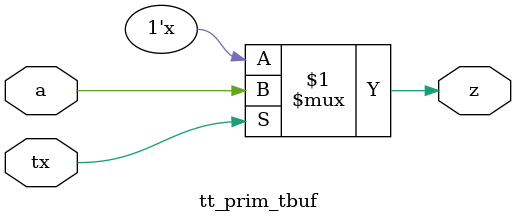
<source format=v>

/*
 * tt_prim_tbuf.v
 *
 * TT Primitive
 * Tristate buffer, polarity variable ... see tt_prim_tbuf_pol
 *
 * Copyright (c) 2023 Sylvain Munaut <tnt@246tNt.com>
 * SPDX-License-Identifier: Apache-2.0
 */

`default_nettype none

module tt_prim_tbuf #(
	parameter integer HIGH_DRIVE = 0
)(
	input  wire a,
	input  wire tx,
	output wire z
);

	assign z = tx ? a : 1'bz;

endmodule // tt_prim_tbuf

</source>
